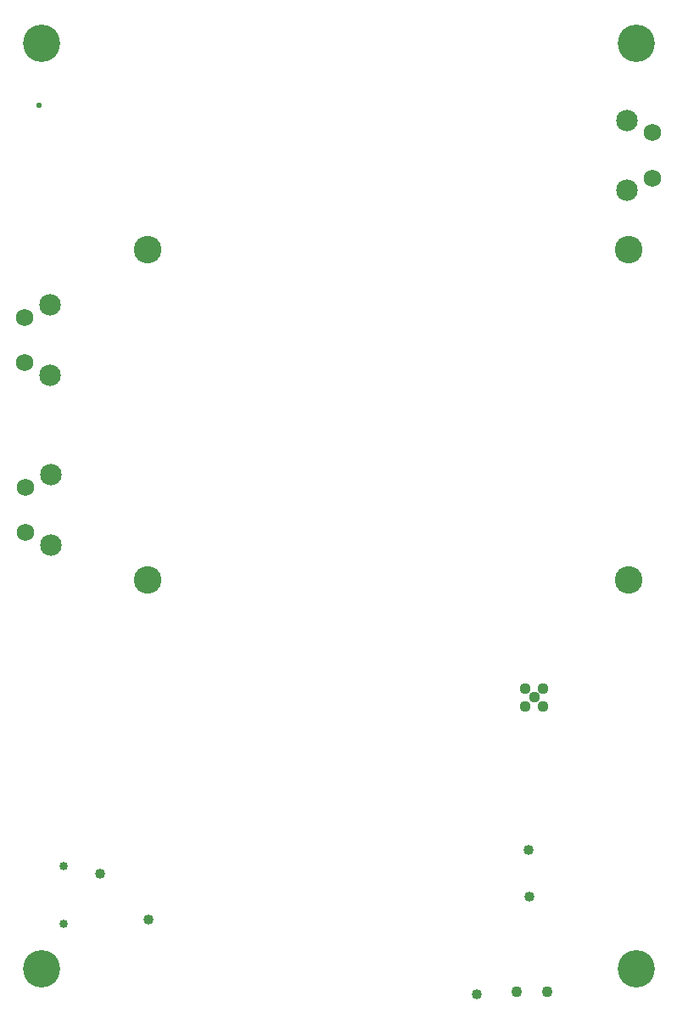
<source format=gbr>
G04 EAGLE Gerber RS-274X export*
G75*
%MOMM*%
%FSLAX34Y34*%
%LPD*%
%INSoldermask Bottom*%
%IPPOS*%
%AMOC8*
5,1,8,0,0,1.08239X$1,22.5*%
G01*
%ADD10C,0.853200*%
%ADD11C,2.753200*%
%ADD12C,1.103200*%
%ADD13C,3.719200*%
%ADD14C,1.111200*%
%ADD15C,1.743200*%
%ADD16C,2.153200*%
%ADD17C,0.553200*%
%ADD18C,1.016000*%


D10*
X64870Y188180D03*
X64870Y130380D03*
D11*
X628220Y803190D03*
X628220Y473190D03*
X148220Y473190D03*
X148220Y803190D03*
D12*
X547100Y63220D03*
X517100Y63220D03*
D13*
X636110Y1009010D03*
X43020Y1009010D03*
D14*
X534340Y356580D03*
X525340Y365580D03*
X543340Y365580D03*
X543340Y347580D03*
X525340Y347580D03*
D13*
X43020Y85720D03*
X636110Y85720D03*
D15*
X26010Y735100D03*
X26010Y690100D03*
D16*
X50910Y677550D03*
X50910Y747650D03*
D15*
X26700Y565800D03*
X26700Y520800D03*
D16*
X51600Y508250D03*
X51600Y578350D03*
D15*
X651990Y874380D03*
X651990Y919380D03*
D16*
X627090Y931930D03*
X627090Y861830D03*
D17*
X40386Y946891D03*
D18*
X101346Y180594D03*
X149352Y134874D03*
X477012Y60198D03*
X529590Y157734D03*
X528828Y204216D03*
M02*

</source>
